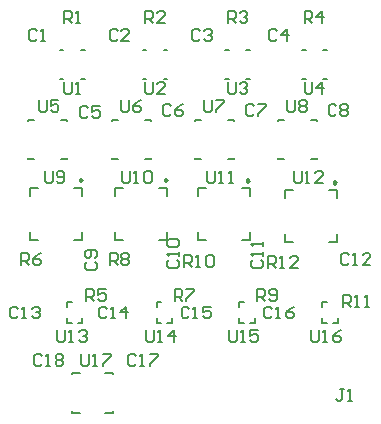
<source format=gto>
G04*
G04 #@! TF.GenerationSoftware,Altium Limited,Altium Designer,24.5.2 (23)*
G04*
G04 Layer_Color=65535*
%FSLAX25Y25*%
%MOIN*%
G70*
G04*
G04 #@! TF.SameCoordinates,EE7ABEC0-FA62-49D2-8FE4-2AC88B8F3348*
G04*
G04*
G04 #@! TF.FilePolarity,Positive*
G04*
G01*
G75*
%ADD10C,0.00394*%
%ADD11C,0.00984*%
%ADD12C,0.00787*%
D10*
X328740Y379134D02*
D03*
X303150D02*
D03*
X275590D02*
D03*
X248031D02*
D03*
X226004Y365311D02*
D03*
X253909D02*
D03*
X281815D02*
D03*
X309221D02*
D03*
X245532Y304528D02*
D03*
X240811Y281157D02*
D03*
X275453Y304528D02*
D03*
X330571D02*
D03*
X303012D02*
D03*
D11*
X330118Y344587D02*
X329380Y345013D01*
Y344160D01*
X330118Y344587D01*
X301181Y345177D02*
X300443Y345603D01*
Y344751D01*
X301181Y345177D01*
X245374Y345276D02*
X244636Y345702D01*
Y344849D01*
X245374Y345276D01*
X273622Y345374D02*
X272884Y345800D01*
Y344948D01*
X273622Y345374D01*
D12*
X325768Y379134D02*
X326969D01*
X318701D02*
X319902D01*
X325768Y388583D02*
X326969D01*
X318701D02*
X319902D01*
X300177Y379134D02*
X301378D01*
X293110D02*
X294311D01*
X300177Y388583D02*
X301378D01*
X293110D02*
X294311D01*
X272618Y379134D02*
X273819D01*
X265551D02*
X266752D01*
X272618Y388583D02*
X273819D01*
X265551D02*
X266752D01*
X245059Y379134D02*
X246260D01*
X237992D02*
X239193D01*
X245059Y388583D02*
X246260D01*
X237992D02*
X239193D01*
X227382Y365114D02*
Y365311D01*
Y352319D02*
Y352516D01*
X240374Y365114D02*
Y365311D01*
Y352319D02*
Y352516D01*
X227382Y365311D02*
X229390D01*
X238366D02*
X240374D01*
X227382Y352319D02*
X229390D01*
X238366D02*
X240374D01*
X255287Y365114D02*
Y365311D01*
Y352319D02*
Y352516D01*
X268280Y365114D02*
Y365311D01*
Y352319D02*
Y352516D01*
X255287Y365311D02*
X257295D01*
X266272D02*
X268280D01*
X255287Y352319D02*
X257295D01*
X266272D02*
X268280D01*
X283193Y365114D02*
Y365311D01*
Y352319D02*
Y352516D01*
X296185Y365114D02*
Y365311D01*
Y352319D02*
Y352516D01*
X283193Y365311D02*
X285201D01*
X294177D02*
X296185D01*
X283193Y352319D02*
X285201D01*
X294177D02*
X296185D01*
X310598Y365114D02*
Y365311D01*
Y352319D02*
Y352516D01*
X323591Y365114D02*
Y365311D01*
Y352319D02*
Y352516D01*
X310598Y365311D02*
X312606D01*
X321583D02*
X323591D01*
X310598Y352319D02*
X312606D01*
X321583D02*
X323591D01*
X312894Y339370D02*
Y342028D01*
X315551D01*
X312894Y324705D02*
Y327362D01*
Y324705D02*
X315551D01*
X327559D02*
X330217D01*
Y327362D01*
Y339370D02*
Y342028D01*
X327559D02*
X330217D01*
X283957Y339961D02*
Y342618D01*
X286614D01*
X283957Y325295D02*
Y327953D01*
Y325295D02*
X286614D01*
X298622D02*
X301279D01*
Y327953D01*
Y339961D02*
Y342618D01*
X298622D02*
X301279D01*
X228150Y340059D02*
Y342717D01*
X230807D01*
X228150Y325394D02*
Y328051D01*
Y325394D02*
X230807D01*
X242815D02*
X245472D01*
Y328051D01*
Y340059D02*
Y342717D01*
X242815D02*
X245472D01*
X256398Y340158D02*
Y342815D01*
X259055D01*
X256398Y325492D02*
Y328150D01*
Y325492D02*
X259055D01*
X271063D02*
X273721D01*
Y328150D01*
Y340158D02*
Y342815D01*
X271063D02*
X273721D01*
X240329Y304698D02*
X241904D01*
X240329Y303123D02*
Y304698D01*
X240315Y297662D02*
Y299237D01*
Y297662D02*
X241890D01*
X243943Y297659D02*
X245517D01*
Y299234D01*
X252996Y267772D02*
X255575D01*
X242189D02*
X244768D01*
X252996Y281157D02*
X255575D01*
X242189D02*
X244768D01*
X255575Y267772D02*
Y268362D01*
Y280567D02*
Y281157D01*
X242189Y267772D02*
Y268362D01*
Y280567D02*
Y281157D01*
X270250Y304698D02*
X271825D01*
X270250Y303123D02*
Y304698D01*
X270237Y297662D02*
Y299237D01*
Y297662D02*
X271811D01*
X273864Y297659D02*
X275439D01*
Y299234D01*
X325368Y304698D02*
X326943D01*
X325368Y303123D02*
Y304698D01*
X325355Y297662D02*
Y299237D01*
Y297662D02*
X326929D01*
X328982Y297659D02*
X330557D01*
Y299234D01*
X297809Y304698D02*
X299384D01*
X297809Y303123D02*
Y304698D01*
X297796Y297662D02*
Y299237D01*
Y297662D02*
X299370D01*
X301423Y297659D02*
X302998D01*
Y299234D01*
X230315Y395013D02*
X229659Y395669D01*
X228347D01*
X227691Y395013D01*
Y392389D01*
X228347Y391733D01*
X229659D01*
X230315Y392389D01*
X231627Y391733D02*
X232939D01*
X232283D01*
Y395669D01*
X231627Y395013D01*
X239502Y397638D02*
Y401574D01*
X241470D01*
X242126Y400918D01*
Y399606D01*
X241470Y398950D01*
X239502D01*
X240814D02*
X242126Y397638D01*
X243438D02*
X244750D01*
X244094D01*
Y401574D01*
X243438Y400918D01*
X257218Y395013D02*
X256562Y395669D01*
X255250D01*
X254594Y395013D01*
Y392389D01*
X255250Y391733D01*
X256562D01*
X257218Y392389D01*
X261154Y391733D02*
X258530D01*
X261154Y394357D01*
Y395013D01*
X260498Y395669D01*
X259186D01*
X258530Y395013D01*
X266405Y397638D02*
Y401574D01*
X268373D01*
X269029Y400918D01*
Y399606D01*
X268373Y398950D01*
X266405D01*
X267717D02*
X269029Y397638D01*
X272965D02*
X270341D01*
X272965Y400262D01*
Y400918D01*
X272309Y401574D01*
X270997D01*
X270341Y400918D01*
X284777Y395013D02*
X284121Y395669D01*
X282809D01*
X282153Y395013D01*
Y392389D01*
X282809Y391733D01*
X284121D01*
X284777Y392389D01*
X286089Y395013D02*
X286745Y395669D01*
X288057D01*
X288713Y395013D01*
Y394357D01*
X288057Y393701D01*
X287401D01*
X288057D01*
X288713Y393045D01*
Y392389D01*
X288057Y391733D01*
X286745D01*
X286089Y392389D01*
X293964Y397638D02*
Y401574D01*
X295932D01*
X296588Y400918D01*
Y399606D01*
X295932Y398950D01*
X293964D01*
X295276D02*
X296588Y397638D01*
X297900Y400918D02*
X298556Y401574D01*
X299868D01*
X300524Y400918D01*
Y400262D01*
X299868Y399606D01*
X299212D01*
X299868D01*
X300524Y398950D01*
Y398294D01*
X299868Y397638D01*
X298556D01*
X297900Y398294D01*
X310368Y395013D02*
X309712Y395669D01*
X308400D01*
X307744Y395013D01*
Y392389D01*
X308400Y391733D01*
X309712D01*
X310368Y392389D01*
X313647Y391733D02*
Y395669D01*
X311680Y393701D01*
X314303D01*
X319555Y397638D02*
Y401574D01*
X321523D01*
X322179Y400918D01*
Y399606D01*
X321523Y398950D01*
X319555D01*
X320867D02*
X322179Y397638D01*
X325459D02*
Y401574D01*
X323491Y399606D01*
X326114D01*
X319555Y377952D02*
Y374672D01*
X320211Y374016D01*
X321523D01*
X322179Y374672D01*
Y377952D01*
X325459Y374016D02*
Y377952D01*
X323491Y375984D01*
X326114D01*
X293964Y377952D02*
Y374672D01*
X294620Y374016D01*
X295932D01*
X296588Y374672D01*
Y377952D01*
X297900Y377296D02*
X298556Y377952D01*
X299868D01*
X300524Y377296D01*
Y376640D01*
X299868Y375984D01*
X299212D01*
X299868D01*
X300524Y375328D01*
Y374672D01*
X299868Y374016D01*
X298556D01*
X297900Y374672D01*
X266405Y377952D02*
Y374672D01*
X267061Y374016D01*
X268373D01*
X269029Y374672D01*
Y377952D01*
X272965Y374016D02*
X270341D01*
X272965Y376640D01*
Y377296D01*
X272309Y377952D01*
X270997D01*
X270341Y377296D01*
X239502Y377952D02*
Y374672D01*
X240158Y374016D01*
X241470D01*
X242126Y374672D01*
Y377952D01*
X243438Y374016D02*
X244750D01*
X244094D01*
Y377952D01*
X243438Y377296D01*
X247375Y369422D02*
X246720Y370078D01*
X245408D01*
X244752Y369422D01*
Y366798D01*
X245408Y366142D01*
X246720D01*
X247375Y366798D01*
X251311Y370078D02*
X248688D01*
Y368110D01*
X249999Y368766D01*
X250655D01*
X251311Y368110D01*
Y366798D01*
X250655Y366142D01*
X249343D01*
X248688Y366798D01*
X230972Y372047D02*
Y368767D01*
X231628Y368111D01*
X232940D01*
X233596Y368767D01*
Y372047D01*
X237532D02*
X234908D01*
Y370079D01*
X236220Y370735D01*
X236876D01*
X237532Y370079D01*
Y368767D01*
X236876Y368111D01*
X235564D01*
X234908Y368767D01*
X258531Y372047D02*
Y368767D01*
X259187Y368111D01*
X260499D01*
X261155Y368767D01*
Y372047D01*
X265091D02*
X263779Y371391D01*
X262467Y370079D01*
Y368767D01*
X263123Y368111D01*
X264435D01*
X265091Y368767D01*
Y369423D01*
X264435Y370079D01*
X262467D01*
X286090Y372047D02*
Y368767D01*
X286746Y368111D01*
X288058D01*
X288714Y368767D01*
Y372047D01*
X290026D02*
X292650D01*
Y371391D01*
X290026Y368767D01*
Y368111D01*
X313649Y372047D02*
Y368767D01*
X314305Y368111D01*
X315617D01*
X316273Y368767D01*
Y372047D01*
X317585Y371391D02*
X318241Y372047D01*
X319553D01*
X320209Y371391D01*
Y370735D01*
X319553Y370079D01*
X320209Y369423D01*
Y368767D01*
X319553Y368111D01*
X318241D01*
X317585Y368767D01*
Y369423D01*
X318241Y370079D01*
X317585Y370735D01*
Y371391D01*
X318241Y370079D02*
X319553D01*
X315947Y348425D02*
Y345145D01*
X316602Y344489D01*
X317914D01*
X318570Y345145D01*
Y348425D01*
X319882Y344489D02*
X321194D01*
X320538D01*
Y348425D01*
X319882Y347769D01*
X325786Y344489D02*
X323162D01*
X325786Y347113D01*
Y347769D01*
X325130Y348425D01*
X323818D01*
X323162Y347769D01*
X287075Y348425D02*
Y345145D01*
X287731Y344489D01*
X289043D01*
X289699Y345145D01*
Y348425D01*
X291011Y344489D02*
X292322D01*
X291667D01*
Y348425D01*
X291011Y347769D01*
X294290Y344489D02*
X295602D01*
X294946D01*
Y348425D01*
X294290Y347769D01*
X232941Y348425D02*
Y345145D01*
X233597Y344489D01*
X234909D01*
X235564Y345145D01*
Y348425D01*
X236876Y345145D02*
X237532Y344489D01*
X238844D01*
X239500Y345145D01*
Y347769D01*
X238844Y348425D01*
X237532D01*
X236876Y347769D01*
Y347113D01*
X237532Y346457D01*
X239500D01*
X258860Y348425D02*
Y345145D01*
X259516Y344489D01*
X260828D01*
X261484Y345145D01*
Y348425D01*
X262796Y344489D02*
X264107D01*
X263452D01*
Y348425D01*
X262796Y347769D01*
X266075D02*
X266731Y348425D01*
X268043D01*
X268699Y347769D01*
Y345145D01*
X268043Y344489D01*
X266731D01*
X266075Y345145D01*
Y347769D01*
X263452Y286745D02*
X262796Y287401D01*
X261484D01*
X260828Y286745D01*
Y284121D01*
X261484Y283465D01*
X262796D01*
X263452Y284121D01*
X264764Y283465D02*
X266076D01*
X265420D01*
Y287401D01*
X264764Y286745D01*
X268044Y287401D02*
X270668D01*
Y286745D01*
X268044Y284121D01*
Y283465D01*
X231956Y286745D02*
X231300Y287401D01*
X229988D01*
X229332Y286745D01*
Y284121D01*
X229988Y283465D01*
X231300D01*
X231956Y284121D01*
X233268Y283465D02*
X234580D01*
X233924D01*
Y287401D01*
X233268Y286745D01*
X236548D02*
X237204Y287401D01*
X238516D01*
X239172Y286745D01*
Y286089D01*
X238516Y285433D01*
X239172Y284777D01*
Y284121D01*
X238516Y283465D01*
X237204D01*
X236548Y284121D01*
Y284777D01*
X237204Y285433D01*
X236548Y286089D01*
Y286745D01*
X237204Y285433D02*
X238516D01*
X332677Y275590D02*
X331365D01*
X332021D01*
Y272310D01*
X331365Y271654D01*
X330709D01*
X330053Y272310D01*
X333989Y271654D02*
X335301D01*
X334645D01*
Y275590D01*
X333989Y274934D01*
X225067Y316930D02*
Y320866D01*
X227034D01*
X227691Y320210D01*
Y318898D01*
X227034Y318242D01*
X225067D01*
X226379D02*
X227691Y316930D01*
X231626Y320866D02*
X230314Y320210D01*
X229002Y318898D01*
Y317586D01*
X229658Y316930D01*
X230970D01*
X231626Y317586D01*
Y318242D01*
X230970Y318898D01*
X229002D01*
X254594Y316930D02*
Y320866D01*
X256562D01*
X257218Y320210D01*
Y318898D01*
X256562Y318242D01*
X254594D01*
X255906D02*
X257218Y316930D01*
X258530Y320210D02*
X259186Y320866D01*
X260498D01*
X261154Y320210D01*
Y319554D01*
X260498Y318898D01*
X261154Y318242D01*
Y317586D01*
X260498Y316930D01*
X259186D01*
X258530Y317586D01*
Y318242D01*
X259186Y318898D01*
X258530Y319554D01*
Y320210D01*
X259186Y318898D02*
X260498D01*
X247054Y317954D02*
X246398Y317298D01*
Y315986D01*
X247054Y315331D01*
X249678D01*
X250334Y315986D01*
Y317298D01*
X249678Y317954D01*
Y319266D02*
X250334Y319922D01*
Y321234D01*
X249678Y321890D01*
X247054D01*
X246398Y321234D01*
Y319922D01*
X247054Y319266D01*
X247710D01*
X248366Y319922D01*
Y321890D01*
X246720Y305119D02*
Y309054D01*
X248688D01*
X249344Y308399D01*
Y307087D01*
X248688Y306431D01*
X246720D01*
X248032D02*
X249344Y305119D01*
X253280Y309054D02*
X250656D01*
Y307087D01*
X251968Y307743D01*
X252624D01*
X253280Y307087D01*
Y305775D01*
X252624Y305119D01*
X251312D01*
X250656Y305775D01*
X274279Y318570D02*
X273623Y317914D01*
Y316602D01*
X274279Y315947D01*
X276902D01*
X277558Y316602D01*
Y317914D01*
X276902Y318570D01*
X277558Y319882D02*
Y321194D01*
Y320538D01*
X273623D01*
X274279Y319882D01*
Y323162D02*
X273623Y323818D01*
Y325130D01*
X274279Y325786D01*
X276902D01*
X277558Y325130D01*
Y323818D01*
X276902Y323162D01*
X274279D01*
X276248Y305119D02*
Y309054D01*
X278216D01*
X278872Y308399D01*
Y307087D01*
X278216Y306431D01*
X276248D01*
X277560D02*
X278872Y305119D01*
X280184Y309054D02*
X282807D01*
Y308399D01*
X280184Y305775D01*
Y305119D01*
X302465Y318769D02*
X301809Y318113D01*
Y316801D01*
X302465Y316145D01*
X305088D01*
X305745Y316801D01*
Y318113D01*
X305088Y318769D01*
X305745Y320081D02*
Y321393D01*
Y320737D01*
X301809D01*
X302465Y320081D01*
X305745Y323361D02*
Y324673D01*
Y324017D01*
X301809D01*
X302465Y323361D01*
X279497Y316386D02*
Y320322D01*
X281465D01*
X282121Y319666D01*
Y318354D01*
X281465Y317698D01*
X279497D01*
X280809D02*
X282121Y316386D01*
X283433D02*
X284745D01*
X284089D01*
Y320322D01*
X283433Y319666D01*
X286713D02*
X287369Y320322D01*
X288681D01*
X289336Y319666D01*
Y317042D01*
X288681Y316386D01*
X287369D01*
X286713Y317042D01*
Y319666D01*
X303807Y305119D02*
Y309054D01*
X305775D01*
X306431Y308399D01*
Y307087D01*
X305775Y306431D01*
X303807D01*
X305119D02*
X306431Y305119D01*
X307743Y305775D02*
X308399Y305119D01*
X309710D01*
X310366Y305775D01*
Y308399D01*
X309710Y309054D01*
X308399D01*
X307743Y308399D01*
Y307743D01*
X308399Y307087D01*
X310366D01*
X334318Y320210D02*
X333662Y320866D01*
X332350D01*
X331695Y320210D01*
Y317586D01*
X332350Y316930D01*
X333662D01*
X334318Y317586D01*
X335630Y316930D02*
X336942D01*
X336286D01*
Y320866D01*
X335630Y320210D01*
X341534Y316930D02*
X338910D01*
X341534Y319554D01*
Y320210D01*
X340878Y320866D01*
X339566D01*
X338910Y320210D01*
X332350Y303150D02*
Y307086D01*
X334318D01*
X334974Y306430D01*
Y305118D01*
X334318Y304462D01*
X332350D01*
X333662D02*
X334974Y303150D01*
X336286D02*
X337598D01*
X336942D01*
Y307086D01*
X336286Y306430D01*
X339566Y303150D02*
X340878D01*
X340222D01*
Y307086D01*
X339566Y306430D01*
X307529Y315914D02*
Y319849D01*
X309497D01*
X310153Y319193D01*
Y317881D01*
X309497Y317225D01*
X307529D01*
X308841D02*
X310153Y315914D01*
X311465D02*
X312777D01*
X312121D01*
Y319849D01*
X311465Y319193D01*
X317368Y315914D02*
X314745D01*
X317368Y318537D01*
Y319193D01*
X316712Y319849D01*
X315401D01*
X314745Y319193D01*
X308728Y302493D02*
X308072Y303149D01*
X306760D01*
X306104Y302493D01*
Y299869D01*
X306760Y299213D01*
X308072D01*
X308728Y299869D01*
X310040Y299213D02*
X311352D01*
X310696D01*
Y303149D01*
X310040Y302493D01*
X315943Y303149D02*
X314631Y302493D01*
X313319Y301181D01*
Y299869D01*
X313975Y299213D01*
X315287D01*
X315943Y299869D01*
Y300525D01*
X315287Y301181D01*
X313319D01*
X281169Y302493D02*
X280513Y303149D01*
X279201D01*
X278545Y302493D01*
Y299869D01*
X279201Y299213D01*
X280513D01*
X281169Y299869D01*
X282481Y299213D02*
X283792D01*
X283137D01*
Y303149D01*
X282481Y302493D01*
X288384Y303149D02*
X285760D01*
Y301181D01*
X287072Y301837D01*
X287728D01*
X288384Y301181D01*
Y299869D01*
X287728Y299213D01*
X286416D01*
X285760Y299869D01*
X253610Y302493D02*
X252954Y303149D01*
X251642D01*
X250986Y302493D01*
Y299869D01*
X251642Y299213D01*
X252954D01*
X253610Y299869D01*
X254922Y299213D02*
X256234D01*
X255577D01*
Y303149D01*
X254922Y302493D01*
X260169Y299213D02*
Y303149D01*
X258201Y301181D01*
X260825D01*
X224082Y302493D02*
X223426Y303149D01*
X222114D01*
X221458Y302493D01*
Y299869D01*
X222114Y299213D01*
X223426D01*
X224082Y299869D01*
X225394Y299213D02*
X226706D01*
X226050D01*
Y303149D01*
X225394Y302493D01*
X228674D02*
X229330Y303149D01*
X230642D01*
X231298Y302493D01*
Y301837D01*
X230642Y301181D01*
X229986D01*
X230642D01*
X231298Y300525D01*
Y299869D01*
X230642Y299213D01*
X229330D01*
X228674Y299869D01*
X237206Y295275D02*
Y291995D01*
X237862Y291339D01*
X239174D01*
X239830Y291995D01*
Y295275D01*
X241142Y291339D02*
X242454D01*
X241798D01*
Y295275D01*
X241142Y294619D01*
X244422D02*
X245078Y295275D01*
X246390D01*
X247046Y294619D01*
Y293963D01*
X246390Y293307D01*
X245734D01*
X246390D01*
X247046Y292651D01*
Y291995D01*
X246390Y291339D01*
X245078D01*
X244422Y291995D01*
X245080Y287401D02*
Y284121D01*
X245736Y283465D01*
X247048D01*
X247704Y284121D01*
Y287401D01*
X249016Y283465D02*
X250328D01*
X249672D01*
Y287401D01*
X249016Y286745D01*
X252296Y287401D02*
X254920D01*
Y286745D01*
X252296Y284121D01*
Y283465D01*
X266734Y295275D02*
Y291995D01*
X267390Y291339D01*
X268702D01*
X269358Y291995D01*
Y295275D01*
X270670Y291339D02*
X271982D01*
X271326D01*
Y295275D01*
X270670Y294619D01*
X275917Y291339D02*
Y295275D01*
X273949Y293307D01*
X276573D01*
X321852Y295275D02*
Y291995D01*
X322508Y291339D01*
X323820D01*
X324476Y291995D01*
Y295275D01*
X325788Y291339D02*
X327100D01*
X326444D01*
Y295275D01*
X325788Y294619D01*
X331691Y295275D02*
X330379Y294619D01*
X329067Y293307D01*
Y291995D01*
X329724Y291339D01*
X331035D01*
X331691Y291995D01*
Y292651D01*
X331035Y293307D01*
X329067D01*
X294293Y295275D02*
Y291995D01*
X294949Y291339D01*
X296261D01*
X296917Y291995D01*
Y295275D01*
X298229Y291339D02*
X299541D01*
X298885D01*
Y295275D01*
X298229Y294619D01*
X304132Y295275D02*
X301508D01*
Y293307D01*
X302820Y293963D01*
X303476D01*
X304132Y293307D01*
Y291995D01*
X303476Y291339D01*
X302164D01*
X301508Y291995D01*
X330188Y369895D02*
X329532Y370551D01*
X328221D01*
X327565Y369895D01*
Y367271D01*
X328221Y366615D01*
X329532D01*
X330188Y367271D01*
X331500Y369895D02*
X332156Y370551D01*
X333468D01*
X334124Y369895D01*
Y369239D01*
X333468Y368583D01*
X334124Y367927D01*
Y367271D01*
X333468Y366615D01*
X332156D01*
X331500Y367271D01*
Y367927D01*
X332156Y368583D01*
X331500Y369239D01*
Y369895D01*
X332156Y368583D02*
X333468D01*
X302688Y369895D02*
X302032Y370551D01*
X300721D01*
X300065Y369895D01*
Y367271D01*
X300721Y366615D01*
X302032D01*
X302688Y367271D01*
X304000Y370551D02*
X306624D01*
Y369895D01*
X304000Y367271D01*
Y366615D01*
X275088Y369895D02*
X274432Y370551D01*
X273120D01*
X272465Y369895D01*
Y367271D01*
X273120Y366615D01*
X274432D01*
X275088Y367271D01*
X279024Y370551D02*
X277712Y369895D01*
X276400Y368583D01*
Y367271D01*
X277056Y366615D01*
X278368D01*
X279024Y367271D01*
Y367927D01*
X278368Y368583D01*
X276400D01*
M02*

</source>
